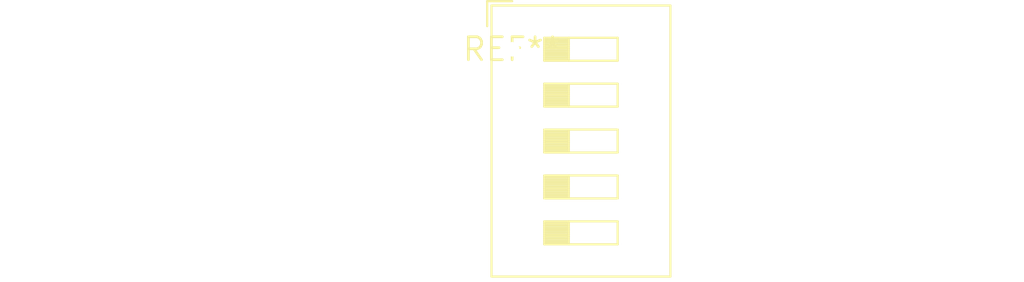
<source format=kicad_pcb>
(kicad_pcb (version 20240108) (generator pcbnew)
  (layers (0 "F.Cu" signal) (31 "B.Cu" signal) (34 "B.Paste" user) (35 "F.Paste" user) (36 "B.SilkS" user "B.Silkscreen") (37 "F.SilkS" user "F.Silkscreen") (38 "B.Mask" user) (39 "F.Mask" user) (44 "Edge.Cuts" user))
  (net 0 "")
  (footprint "SW_DIP_SPSTx05_Slide_9.78x14.88mm_W7.62mm_P2.54mm" (layer "F.Cu") (at 0 0)
    (property "Reference" "REF**")
    (property "Value" "SW_DIP_SPSTx05_Slide_9.78x14.88mm_W7.62mm_P2.54mm")
    (fp_line (start -1.38 -2.66) (end -1.38 -1.277) (layer "F.SilkS") (stroke (width 0.12)))
    (fp_line (start -1.38 -2.66) (end 0.004 -2.66) (layer "F.SilkS") (stroke (width 0.12)))
    (fp_line (start -1.14 -2.42) (end -1.14 12.58) (layer "F.SilkS") (stroke (width 0.12)))
    (fp_line (start -1.14 -2.42) (end 8.76 -2.42) (layer "F.SilkS") (stroke (width 0.12)))
    (fp_line (start -1.14 12.58) (end 8.76 12.58) (layer "F.SilkS") (stroke (width 0.12)))
    (fp_line (start 1.78 -0.635) (end 1.78 0.635) (layer "F.SilkS") (stroke (width 0.12)))
    (fp_line (start 1.78 -0.515) (end 3.133333 -0.515) (layer "F.SilkS") (stroke (width 0.12)))
    (fp_line (start 1.78 -0.395) (end 3.133333 -0.395) (layer "F.SilkS") (stroke (width 0.12)))
    (fp_line (start 1.78 -0.275) (end 3.133333 -0.275) (layer "F.SilkS") (stroke (width 0.12)))
    (fp_line (start 1.78 -0.155) (end 3.133333 -0.155) (layer "F.SilkS") (stroke (width 0.12)))
    (fp_line (start 1.78 -0.035) (end 3.133333 -0.035) (layer "F.SilkS") (stroke (width 0.12)))
    (fp_line (start 1.78 0.085) (end 3.133333 0.085) (layer "F.SilkS") (stroke (width 0.12)))
    (fp_line (start 1.78 0.205) (end 3.133333 0.205) (layer "F.SilkS") (stroke (width 0.12)))
    (fp_line (start 1.78 0.325) (end 3.133333 0.325) (layer "F.SilkS") (stroke (width 0.12)))
    (fp_line (start 1.78 0.445) (end 3.133333 0.445) (layer "F.SilkS") (stroke (width 0.12)))
    (fp_line (start 1.78 0.565) (end 3.133333 0.565) (layer "F.SilkS") (stroke (width 0.12)))
    (fp_line (start 1.78 0.635) (end 5.84 0.635) (layer "F.SilkS") (stroke (width 0.12)))
    (fp_line (start 1.78 1.905) (end 1.78 3.175) (layer "F.SilkS") (stroke (width 0.12)))
    (fp_line (start 1.78 2.025) (end 3.133333 2.025) (layer "F.SilkS") (stroke (width 0.12)))
    (fp_line (start 1.78 2.145) (end 3.133333 2.145) (layer "F.SilkS") (stroke (width 0.12)))
    (fp_line (start 1.78 2.265) (end 3.133333 2.265) (layer "F.SilkS") (stroke (width 0.12)))
    (fp_line (start 1.78 2.385) (end 3.133333 2.385) (layer "F.SilkS") (stroke (width 0.12)))
    (fp_line (start 1.78 2.505) (end 3.133333 2.505) (layer "F.SilkS") (stroke (width 0.12)))
    (fp_line (start 1.78 2.625) (end 3.133333 2.625) (layer "F.SilkS") (stroke (width 0.12)))
    (fp_line (start 1.78 2.745) (end 3.133333 2.745) (layer "F.SilkS") (stroke (width 0.12)))
    (fp_line (start 1.78 2.865) (end 3.133333 2.865) (layer "F.SilkS") (stroke (width 0.12)))
    (fp_line (start 1.78 2.985) (end 3.133333 2.985) (layer "F.SilkS") (stroke (width 0.12)))
    (fp_line (start 1.78 3.105) (end 3.133333 3.105) (layer "F.SilkS") (stroke (width 0.12)))
    (fp_line (start 1.78 3.175) (end 5.84 3.175) (layer "F.SilkS") (stroke (width 0.12)))
    (fp_line (start 1.78 4.445) (end 1.78 5.715) (layer "F.SilkS") (stroke (width 0.12)))
    (fp_line (start 1.78 4.565) (end 3.133333 4.565) (layer "F.SilkS") (stroke (width 0.12)))
    (fp_line (start 1.78 4.685) (end 3.133333 4.685) (layer "F.SilkS") (stroke (width 0.12)))
    (fp_line (start 1.78 4.805) (end 3.133333 4.805) (layer "F.SilkS") (stroke (width 0.12)))
    (fp_line (start 1.78 4.925) (end 3.133333 4.925) (layer "F.SilkS") (stroke (width 0.12)))
    (fp_line (start 1.78 5.045) (end 3.133333 5.045) (layer "F.SilkS") (stroke (width 0.12)))
    (fp_line (start 1.78 5.165) (end 3.133333 5.165) (layer "F.SilkS") (stroke (width 0.12)))
    (fp_line (start 1.78 5.285) (end 3.133333 5.285) (layer "F.SilkS") (stroke (width 0.12)))
    (fp_line (start 1.78 5.405) (end 3.133333 5.405) (layer "F.SilkS") (stroke (width 0.12)))
    (fp_line (start 1.78 5.525) (end 3.133333 5.525) (layer "F.SilkS") (stroke (width 0.12)))
    (fp_line (start 1.78 5.645) (end 3.133333 5.645) (layer "F.SilkS") (stroke (width 0.12)))
    (fp_line (start 1.78 5.715) (end 5.84 5.715) (layer "F.SilkS") (stroke (width 0.12)))
    (fp_line (start 1.78 6.985) (end 1.78 8.255) (layer "F.SilkS") (stroke (width 0.12)))
    (fp_line (start 1.78 7.105) (end 3.133333 7.105) (layer "F.SilkS") (stroke (width 0.12)))
    (fp_line (start 1.78 7.225) (end 3.133333 7.225) (layer "F.SilkS") (stroke (width 0.12)))
    (fp_line (start 1.78 7.345) (end 3.133333 7.345) (layer "F.SilkS") (stroke (width 0.12)))
    (fp_line (start 1.78 7.465) (end 3.133333 7.465) (layer "F.SilkS") (stroke (width 0.12)))
    (fp_line (start 1.78 7.585) (end 3.133333 7.585) (layer "F.SilkS") (stroke (width 0.12)))
    (fp_line (start 1.78 7.705) (end 3.133333 7.705) (layer "F.SilkS") (stroke (width 0.12)))
    (fp_line (start 1.78 7.825) (end 3.133333 7.825) (layer "F.SilkS") (stroke (width 0.12)))
    (fp_line (start 1.78 7.945) (end 3.133333 7.945) (layer "F.SilkS") (stroke (width 0.12)))
    (fp_line (start 1.78 8.065) (end 3.133333 8.065) (layer "F.SilkS") (stroke (width 0.12)))
    (fp_line (start 1.78 8.185) (end 3.133333 8.185) (layer "F.SilkS") (stroke (width 0.12)))
    (fp_line (start 1.78 8.255) (end 5.84 8.255) (layer "F.SilkS") (stroke (width 0.12)))
    (fp_line (start 1.78 9.525) (end 1.78 10.795) (layer "F.SilkS") (stroke (width 0.12)))
    (fp_line (start 1.78 9.645) (end 3.133333 9.645) (layer "F.SilkS") (stroke (width 0.12)))
    (fp_line (start 1.78 9.765) (end 3.133333 9.765) (layer "F.SilkS") (stroke (width 0.12)))
    (fp_line (start 1.78 9.885) (end 3.133333 9.885) (layer "F.SilkS") (stroke (width 0.12)))
    (fp_line (start 1.78 10.005) (end 3.133333 10.005) (layer "F.SilkS") (stroke (width 0.12)))
    (fp_line (start 1.78 10.125) (end 3.133333 10.125) (layer "F.SilkS") (stroke (width 0.12)))
    (fp_line (start 1.78 10.245) (end 3.133333 10.245) (layer "F.SilkS") (stroke (width 0.12)))
    (fp_line (start 1.78 10.365) (end 3.133333 10.365) (layer "F.SilkS") (stroke (width 0.12)))
    (fp_line (start 1.78 10.485) (end 3.133333 10.485) (layer "F.SilkS") (stroke (width 0.12)))
    (fp_line (start 1.78 10.605) (end 3.133333 10.605) (layer "F.SilkS") (stroke (width 0.12)))
    (fp_line (start 1.78 10.725) (end 3.133333 10.725) (layer "F.SilkS") (stroke (width 0.12)))
    (fp_line (start 1.78 10.795) (end 5.84 10.795) (layer "F.SilkS") (stroke (width 0.12)))
    (fp_line (start 3.133333 -0.635) (end 3.133333 0.635) (layer "F.SilkS") (stroke (width 0.12)))
    (fp_line (start 3.133333 1.905) (end 3.133333 3.175) (layer "F.SilkS") (stroke (width 0.12)))
    (fp_line (start 3.133333 4.445) (end 3.133333 5.715) (layer "F.SilkS") (stroke (width 0.12)))
    (fp_line (start 3.133333 6.985) (end 3.133333 8.255) (layer "F.SilkS") (stroke (width 0.12)))
    (fp_line (start 3.133333 9.525) (end 3.133333 10.795) (layer "F.SilkS") (stroke (width 0.12)))
    (fp_line (start 5.84 -0.635) (end 1.78 -0.635) (layer "F.SilkS") (stroke (width 0.12)))
    (fp_line (start 5.84 0.635) (end 5.84 -0.635) (layer "F.SilkS") (stroke (width 0.12)))
    (fp_line (start 5.84 1.905) (end 1.78 1.905) (layer "F.SilkS") (stroke (width 0.12)))
    (fp_line (start 5.84 3.175) (end 5.84 1.905) (layer "F.SilkS") (stroke (width 0.12)))
    (fp_line (start 5.84 4.445) (end 1.78 4.445) (layer "F.SilkS") (stroke (width 0.12)))
    (fp_line (start 5.84 5.715) (end 5.84 4.445) (layer "F.SilkS") (stroke (width 0.12)))
    (fp_line (start 5.84 6.985) (end 1.78 6.985) (layer "F.SilkS") (stroke (width 0.12)))
    (fp_line (start 5.84 8.255) (end 5.84 6.985) (layer "F.SilkS") (stroke (width 0.12)))
    (fp_line (start 5.84 9.525) (end 1.78 9.525) (layer "F.SilkS") (stroke (width 0.12)))
    (fp_line (start 5.84 10.795) (end 5.84 9.525) (layer "F.SilkS") (stroke (width 0.12)))
    (fp_line (start 8.76 -2.42) (end 8.76 12.58) (layer "F.SilkS") (stroke (width 0.12)))
    (pad "1" thru_hole rect (at 0 0) (size 1.6 1.6) (drill 0.8) (layers *.Cu *.Mask) (remove_unused_layers))
    (pad "2" thru_hole oval (at 0 2.54) (size 1.6 1.6) (drill 0.8) (layers *.Cu *.Mask) (remove_unused_layers))
    (pad "3" thru_hole oval (at 0 5.08) (size 1.6 1.6) (drill 0.8) (layers *.Cu *.Mask) (remove_unused_layers))
    (pad "4" thru_hole oval (at 0 7.62) (size 1.6 1.6) (drill 0.8) (layers *.Cu *.Mask) (remove_unused_layers))
    (pad "5" thru_hole oval (at 0 10.16) (size 1.6 1.6) (drill 0.8) (layers *.Cu *.Mask) (remove_unused_layers))
    (pad "6" thru_hole oval (at 7.62 10.16) (size 1.6 1.6) (drill 0.8) (layers *.Cu *.Mask) (remove_unused_layers))
    (pad "7" thru_hole oval (at 7.62 7.62) (size 1.6 1.6) (drill 0.8) (layers *.Cu *.Mask) (remove_unused_layers))
    (pad "8" thru_hole oval (at 7.62 5.08) (size 1.6 1.6) (drill 0.8) (layers *.Cu *.Mask) (remove_unused_layers))
    (pad "9" thru_hole oval (at 7.62 2.54) (size 1.6 1.6) (drill 0.8) (layers *.Cu *.Mask) (remove_unused_layers))
    (pad "10" thru_hole oval (at 7.62 0) (size 1.6 1.6) (drill 0.8) (layers *.Cu *.Mask) (remove_unused_layers))
  )
)
</source>
